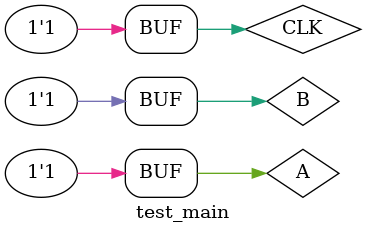
<source format=v>
`timescale 1ns / 1ps

module test_main;
reg CLK,A,B;
wire Y,Z;
main m(A,B,CLK,Y,Z);
//main_delay m(A,B,CLK,Y,Z);
    initial begin
		{CLK,A,B} = 3'b000;
		#40;
		{CLK,A,B} = 3'b100;
		#40;
		{CLK,A,B} = 3'b001;
		#40;
		{CLK,A,B} = 3'b111;
		#40;
		{CLK,A,B} = 3'b011;
		#40;
		{CLK,A,B} = 3'b101;
		#40;
		{CLK,A,B} = 3'b001;
		#40;
		{CLK,A,B} = 3'b100;
		#40;
		{CLK,A,B} = 3'b010;
		#40;
		{CLK,A,B} = 3'b110;
		#40;
		{CLK,A,B} = 3'b010;
		#40;
		{CLK,A,B} = 3'b111;
		#40;
		{CLK,A,B} = 3'b000;
		#40;
		{CLK,A,B} = 3'b100;
		#40;
		{CLK,A,B} = 3'b000;
		#40;
		{CLK,A,B} = 3'b101;
		#40;
		{CLK,A,B} = 3'b011;
		#40;
		{CLK,A,B} = 3'b111;
		#40;
    end
endmodule

</source>
